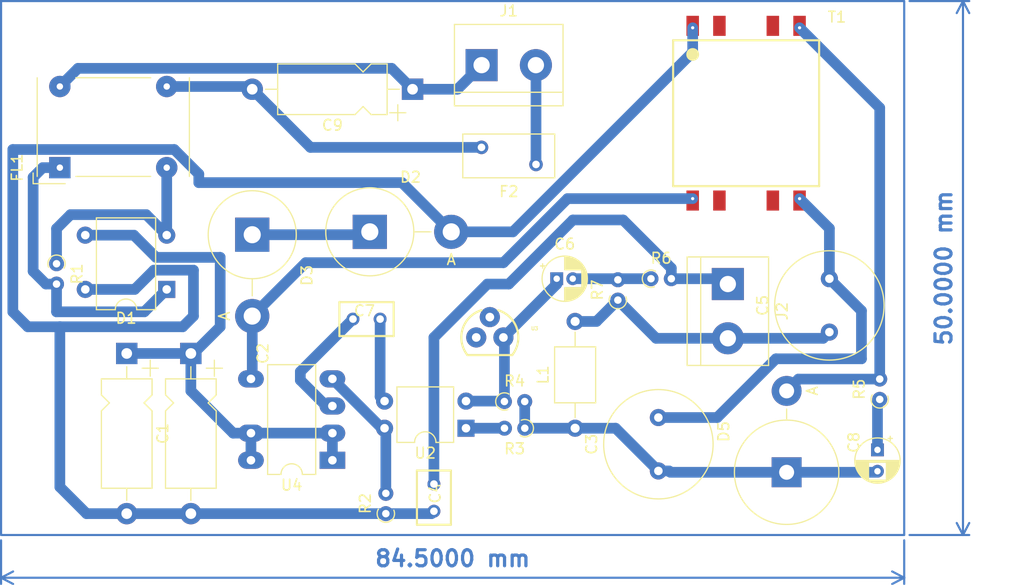
<source format=kicad_pcb>
(kicad_pcb (version 20240108) (generator "pcbnew") (generator_version "8.0")
  (layers (0 "F.Cu" signal) (31 "B.Cu" signal) (34 "B.Paste" user) (35 "F.Paste" user) (36 "B.SilkS" user "B.Silkscreen") (37 "F.SilkS" user "F.Silkscreen") (38 "B.Mask" user) (39 "F.Mask" user) (44 "Edge.Cuts" user))
  (net 0 "")
  (net 1 "Net-(D1--)")
  (net 2 "Net-(D2-A)")
  (net 3 "Net-(D5-K)")
  (net 4 "Net-(C3-Pad2)")
  (net 5 "GND")
  (net 6 "Vout")
  (net 7 "Output")
  (net 8 "Net-(U3-REF)")
  (net 9 "Net-(C7-Pad2)")
  (net 10 "Net-(U4-BP)")
  (net 11 "Net-(C8-Pad1)")
  (net 12 "Net-(J1-Pin_1)")
  (net 13 "Net-(D2-K)")
  (net 14 "Net-(D3-A)")
  (net 15 "Net-(D5-A)")
  (net 16 "EN{slash}UV")
  (net 17 "Net-(R3-Pad2)")
  (net 18 "Net-(D1-+)")
  (net 19 "Net-(C9-Pad2)")
  (net 20 "Net-(J1-Pin_2)")
  (net 21 "Net-(C1-Pad1)")
  (footprint "Resistor_THT:R_Axial_DIN0204_L3.6mm_D1.6mm_P1.90mm_Vertical" (layer "F.Cu") (at 100.69 51.1 -90)
    (property "Reference" "R1" (at 0.95 -1.92 90) (layer "F.SilkS"))
    (property "Value" "R_Variable")
    (pad "1" thru_hole circle (at 0 0 270) (size 1.4 1.4) (drill 0.7) (layers "*.Cu" "*.Mask") (net 1 "Net-(D1--)"))
    (pad "2" thru_hole oval (at 1.9 0 270) (size 1.4 1.4) (drill 0.7) (layers "*.Cu" "*.Mask") (net 18 "Net-(D1-+)"))
  )
  (footprint "Capacitor_THT:CP_Radial_D4.0mm_P1.50mm" (layer "F.Cu") (at 147.487401 52.5)
    (property "Reference" "C6" (at 0.75 -3.25 0) (layer "F.SilkS"))
    (property "Value" "C")
    (pad "1" thru_hole rect (at 0 0) (size 1.2 1.2) (drill 0.6) (layers "*.Cu" "*.Mask") (net 7 "Output"))
    (pad "2" thru_hole circle (at 1.5 0) (size 1.2 1.2) (drill 0.6) (layers "*.Cu" "*.Mask") (net 8 "Net-(U3-REF)"))
  )
  (footprint "TL431Pinout:TO-92" (layer "F.Cu") (at 141.23 58)
    (property "Reference" "U3" (at 4.19137 -0.838274 0) (layer "F.SilkS") (effects (font (size 0.320028 0.320028) (thickness 0.080007))))
    (property "Value" "TL431DBV")
    (pad "1" thru_hole circle (at -1.27 0) (size 1.8796 1.8796) (drill 0.8128) (layers "*.Cu" "*.Mask"))
    (pad "2" thru_hole circle (at 0 -1.905) (size 1.8796 1.8796) (drill 0.8128) (layers "*.Cu" "*.Mask"))
    (pad "3" thru_hole circle (at 1.27 0) (size 1.8796 1.8796) (drill 0.8128) (layers "*.Cu" "*.Mask") (net 7 "Output"))
  )
  (footprint "Resistor_THT:R_Axial_DIN0204_L3.6mm_D1.6mm_P1.90mm_Vertical" (layer "F.Cu") (at 142.595 64)
    (property "Reference" "R4" (at 0.95 -1.92 0) (layer "F.SilkS"))
    (property "Value" "R_US")
    (pad "1" thru_hole circle (at 0 0) (size 1.4 1.4) (drill 0.7) (layers "*.Cu" "*.Mask") (net 7 "Output"))
    (pad "2" thru_hole oval (at 1.9 0) (size 1.4 1.4) (drill 0.7) (layers "*.Cu" "*.Mask") (net 3 "Net-(D5-K)"))
  )
  (footprint "Inductor_THT:Choke_Schaffner_RN204-04-9.0x14.0mm" (layer "F.Cu") (at 101 42.1 90)
    (property "Reference" "FL1" (at 0 -4 90) (layer "F.SilkS"))
    (property "Value" "Filter_EMI_LL")
    (pad "1" thru_hole rect (at 0 0 90) (size 2 2) (drill 0.6) (layers "*.Cu" "*.Mask") (net 18 "Net-(D1-+)"))
    (pad "2" thru_hole circle (at 7.6 0 90) (size 2 2) (drill 0.6) (layers "*.Cu" "*.Mask") (net 12 "Net-(J1-Pin_1)"))
    (pad "3" thru_hole circle (at 0 10 90) (size 2 2) (drill 0.6) (layers "*.Cu" "*.Mask") (net 1 "Net-(D1--)"))
    (pad "4" thru_hole circle (at 7.6 10 90) (size 2 2) (drill 0.6) (layers "*.Cu" "*.Mask") (net 19 "Net-(C9-Pad2)"))
  )
  (footprint "Fuse:Fuse_BelFuse_0ZRE0012FF_L8.3mm_W3.8mm" (layer "F.Cu") (at 145.55 41.8 180)
    (property "Reference" "F2" (at 2.54 -2.54 360) (layer "F.SilkS"))
    (property "Value" "Fuse_Small")
    (pad "1" thru_hole circle (at 0 0 180) (size 1.27 1.27) (drill 0.71) (layers "*.Cu" "*.Mask") (net 20 "Net-(J1-Pin_2)"))
    (pad "2" thru_hole circle (at 5.1 1.6 180) (size 1.27 1.27) (drill 0.71) (layers "*.Cu" "*.Mask") (net 19 "Net-(C9-Pad2)"))
  )
  (footprint "Capacitor_THT:C_Radial_D10.0mm_H20.0mm_P5.00mm" (layer "F.Cu") (at 173 57.5 90)
    (property "Reference" "C5" (at 2.5 -6.25 90) (layer "F.SilkS"))
    (property "Value" "C_Polarized")
    (pad "1" thru_hole circle (at 0 0 90) (size 1.6 1.6) (drill 0.8) (layers "*.Cu" "*.Mask") (net 6 "Vout"))
    (pad "2" thru_hole circle (at 5 0 90) (size 1.6 1.6) (drill 0.8) (layers "*.Cu" "*.Mask") (net 4 "Net-(C3-Pad2)"))
  )
  (footprint "ceramicCapacitor:C320C" (layer "F.Cu") (at 143 80 -90)
    (property "Reference" "C4" (at -7.43301 6.88712 90) (layer "F.SilkS"))
    (property "Value" "C_Polarized")
    (pad "1" thru_hole circle (at -8.27 7 270) (size 1.21 1.21) (drill 0.71) (layers "*.Cu" "*.Mask") (net 5 "GND"))
    (pad "2" thru_hole circle (at -5.73 7 270) (size 1.21 1.21) (drill 0.71) (layers "*.Cu" "*.Mask") (net 2 "Net-(D2-A)"))
  )
  (footprint "smps transformer:WE-FLYLT_EP13_2381" (layer "F.Cu") (at 165.21 37)
    (property "Reference" "T1" (at 8.5 -9 360) (layer "F.SilkS"))
    (property "Value" "750312504")
    (property "VALUE" "750312504" (hide yes))
    (pad "1" smd rect (at -5 -8.18) (size 1.17 1.88) (layers "F.Cu" "F.Paste" "F.Mask") (net 2 "Net-(D2-A)"))
    (pad "2" smd rect (at -2.5 -8.18) (size 1.17 1.88) (layers "F.Cu" "F.Paste" "F.Mask"))
    (pad "4" smd rect (at 2.5 -8.18) (size 1.17 1.88) (layers "F.Cu" "F.Paste" "F.Mask"))
    (pad "5" smd rect (at 5 -8.18) (size 1.17 1.88) (layers "F.Cu" "F.Paste" "F.Mask") (net 15 "Net-(D5-A)"))
    (pad "6" smd rect (at 5 8.18) (size 1.17 1.88) (layers "F.Cu" "F.Paste" "F.Mask") (net 4 "Net-(C3-Pad2)"))
    (pad "7" smd rect (at 2.5 8.18) (size 1.17 1.88) (layers "F.Cu" "F.Paste" "F.Mask"))
    (pad "9" smd rect (at -2.5 8.18) (size 1.17 1.88) (layers "F.Cu" "F.Paste" "F.Mask"))
    (pad "10" smd rect (at -5 8.18) (size 1.17 1.88) (layers "F.Cu" "F.Paste" "F.Mask") (net 14 "Net-(D3-A)"))
  )
  (footprint "TerminalBlock:TerminalBlock_bornier-2_P5.08mm" (layer "F.Cu") (at 163.5 53 -90)
    (property "Reference" "J2" (at 2.54 -5.08 90) (layer "F.SilkS"))
    (property "Value" "Screw_Terminal_01x02")
    (pad "1" thru_hole rect (at 0 0 270) (size 3 3) (drill 1.52) (layers "*.Cu" "*.Mask") (net 5 "GND"))
    (pad "2" thru_hole circle (at 5.08 0 270) (size 3 3) (drill 1.52) (layers "*.Cu" "*.Mask") (net 6 "Vout"))
  )
  (footprint "Capacitor_THT:CP_Axial_L10.0mm_D4.5mm_P15.00mm_Horizontal" (layer "F.Cu") (at 113.2575 59.5 -90)
    (property "Reference" "C2" (at 0 -6.74 90) (layer "F.SilkS"))
    (property "Value" "C_Polarized")
    (pad "1" thru_hole rect (at 0 0 270) (size 2 2) (drill 1) (layers "*.Cu" "*.Mask") (net 21 "Net-(C1-Pad1)"))
    (pad "2" thru_hole oval (at 15 0 270) (size 2 2) (drill 1) (layers "*.Cu" "*.Mask") (net 2 "Net-(D2-A)"))
  )
  (footprint "Diode_THT:D_5KPW_P7.62mm_Vertical_AnodeUp" (layer "F.Cu") (at 130 48.11)
    (property "Reference" "D2" (at 3.81 -5.12 360) (layer "F.SilkS"))
    (property "Value" "ESD5Zxx")
    (fp_text user "A" (at 7.62 2.6 360) (layer "F.SilkS"))
    (pad "1" thru_hole rect (at 0 0) (size 3.2 3.2) (drill 1.6) (layers "*.Cu" "*.Mask") (net 13 "Net-(D2-K)"))
    (pad "2" thru_hole oval (at 7.62 0) (size 3.2 3.2) (drill 1.6) (layers "*.Cu" "*.Mask") (net 2 "Net-(D2-A)"))
  )
  (footprint "Capacitor_THT:CP_Axial_L10.0mm_D4.5mm_P15.00mm_Horizontal" (layer "F.Cu") (at 107.2575 59.5 -90)
    (property "Reference" "C1" (at 7.5 -3.37 90) (layer "F.SilkS"))
    (property "Value" "C_Polarized")
    (pad "1" thru_hole rect (at 0 0 270) (size 2 2) (drill 1) (layers "*.Cu" "*.Mask") (net 21 "Net-(C1-Pad1)"))
    (pad "2" thru_hole oval (at 15 0 270) (size 2 2) (drill 1) (layers "*.Cu" "*.Mask") (net 2 "Net-(D2-A)"))
  )
  (footprint "Package_DIP:PowerIntegrations_PDIP-8B" (layer "F.Cu") (at 126.5 69.5 180)
    (property "Reference" "U4" (at 3.81 -2.33 0) (layer "F.SilkS"))
    (property "Value" "LNK304P")
    (pad "1" thru_hole rect (at 0 0 180) (size 2.4 1.6) (drill 0.8) (layers "*.Cu" "*.Mask") (net 21 "Net-(C1-Pad1)"))
    (pad "2" thru_hole oval (at 0 2.54 180) (size 2.4 1.6) (drill 0.8) (layers "*.Cu" "*.Mask") (net 21 "Net-(C1-Pad1)"))
    (pad "3" thru_hole oval (at 0 5.08 180) (size 2.4 1.6) (drill 0.8) (layers "*.Cu" "*.Mask") (net 10 "Net-(U4-BP)"))
    (pad "4" thru_hole oval (at 0 7.62 180) (size 2.4 1.6) (drill 0.8) (layers "*.Cu" "*.Mask") (net 16 "EN{slash}UV"))
    (pad "5" thru_hole oval (at 7.62 7.62 180) (size 2.4 1.6) (drill 0.8) (layers "*.Cu" "*.Mask") (net 14 "Net-(D3-A)"))
    (pad "7" thru_hole oval (at 7.62 2.54 180) (size 2.4 1.6) (drill 0.8) (layers "*.Cu" "*.Mask") (net 21 "Net-(C1-Pad1)"))
    (pad "8" thru_hole oval (at 7.62 0 180) (size 2.4 1.6) (drill 0.8) (layers "*.Cu" "*.Mask") (net 21 "Net-(C1-Pad1)"))
  )
  (footprint "Diode_THT:D_5KPW_P7.62mm_Vertical_AnodeUp" (layer "F.Cu") (at 119 48.38 -90)
    (property "Reference" "D3" (at 3.81 -5.12 90) (layer "F.SilkS"))
    (property "Value" "D")
    (fp_text user "A" (at 7.62 2.6 90) (layer "F.SilkS"))
    (pad "1" thru_hole rect (at 0 0 270) (size 3.2 3.2) (drill 1.6) (layers "*.Cu" "*.Mask") (net 13 "Net-(D2-K)"))
    (pad "2" thru_hole oval (at 7.62 0 270) (size 3.2 3.2) (drill 1.6) (layers "*.Cu" "*.Mask") (net 14 "Net-(D3-A)"))
  )
  (footprint "Capacitor_THT:CP_Radial_D4.0mm_P2.00mm" (layer "F.Cu") (at 177.5 68.527401 -90)
    (property "Reference" "C8" (at -0.7025 2.21 90) (layer "F.SilkS"))
    (property "Value" "C")
    (pad "1" thru_hole rect (at 0 0 270) (size 1.2 1.2) (drill 0.6) (layers "*.Cu" "*.Mask") (net 11 "Net-(C8-Pad1)"))
    (pad "2" thru_hole circle (at 2 0 270) (size 1.2 1.2) (drill 0.6) (layers "*.Cu" "*.Mask") (net 3 "Net-(D5-K)"))
  )
  (footprint "Resistor_THT:R_Axial_DIN0204_L3.6mm_D1.6mm_P1.90mm_Vertical" (layer "F.Cu") (at 131.5 74.5 90)
    (property "Reference" "R2" (at 0.95 -1.92 90) (layer "F.SilkS"))
    (property "Value" "R_US")
    (pad "1" thru_hole circle (at 0 0 90) (size 1.4 1.4) (drill 0.7) (layers "*.Cu" "*.Mask") (net 2 "Net-(D2-A)"))
    (pad "2" thru_hole oval (at 1.9 0 90) (size 1.4 1.4) (drill 0.7) (layers "*.Cu" "*.Mask") (net 16 "EN{slash}UV"))
  )
  (footprint "Resistor_THT:R_Axial_DIN0204_L3.6mm_D1.6mm_P1.90mm_Vertical" (layer "F.Cu") (at 144.5 66.5 180)
    (property "Reference" "R3" (at 0.95 -1.92 360) (layer "F.SilkS"))
    (property "Value" "R_US")
    (pad "1" thru_hole circle (at 0 0 180) (size 1.4 1.4) (drill 0.7) (layers "*.Cu" "*.Mask") (net 3 "Net-(D5-K)"))
    (pad "2" thru_hole oval (at 1.9 0 180) (size 1.4 1.4) (drill 0.7) (layers "*.Cu" "*.Mask") (net 17 "Net-(R3-Pad2)"))
  )
  (footprint "Capacitor_THT:C_Radial_D10.0mm_H20.0mm_P5.00mm" (layer "F.Cu") (at 157 70.5 90)
    (property "Reference" "C3" (at 2.5 -6.25 90) (layer "F.SilkS"))
    (property "Value" "C_Polarized")
    (pad "1" thru_hole circle (at 0 0 90) (size 1.6 1.6) (drill 0.8) (layers "*.Cu" "*.Mask") (net 3 "Net-(D5-K)"))
    (pad "2" thru_hole circle (at 5 0 90) (size 1.6 1.6) (drill 0.8) (layers "*.Cu" "*.Mask") (net 4 "Net-(C3-Pad2)"))
  )
  (footprint "Package_DIP:DIP-4_W7.62mm" (layer "F.Cu") (at 139 66.5 180)
    (property "Reference" "U2" (at 3.81 -2.33 360) (layer "F.SilkS"))
    (property "Value" "PC817")
    (pad "1" thru_hole rect (at 0 0 180) (size 1.6 1.6) (drill 0.8) (layers "*.Cu" "*.Mask") (net 17 "Net-(R3-Pad2)"))
    (pad "2" thru_hole oval (at 0 2.54 180) (size 1.6 1.6) (drill 0.8) (layers "*.Cu" "*.Mask") (net 7 "Output"))
    (pad "3" thru_hole oval (at 7.62 2.54 180) (size 1.6 1.6) (drill 0.8) (layers "*.Cu" "*.Mask") (net 9 "Net-(C7-Pad2)"))
    (pad "4" thru_hole oval (at 7.62 0 180) (size 1.6 1.6) (drill 0.8) (layers "*.Cu" "*.Mask") (net 16 "EN{slash}UV"))
  )
  (footprint "Capacitor_THT:CP_Axial_L10.0mm_D4.5mm_P15.00mm_Horizontal" (layer "F.Cu") (at 134 34.7575 180)
    (property "Reference" "C9" (at 7.5 -3.37 360) (layer "F.SilkS"))
    (property "Value" "C")
    (pad "1" thru_hole rect (at 0 0 180) (size 2 2) (drill 1) (layers "*.Cu" "*.Mask") (net 12 "Net-(J1-Pin_1)"))
    (pad "2" thru_hole oval (at 15 0 180) (size 2 2) (drill 1) (layers "*.Cu" "*.Mask") (net 19 "Net-(C9-Pad2)"))
  )
  (footprint "Diode_THT:Diode_Bridge_DIP-4_W7.62mm_P5.08mm" (layer "F.Cu") (at 111 53.5 180)
    (property "Reference" "D1" (at 3.8 -2.7 360) (layer "F.SilkS"))
    (property "Value" "DF01M")
    (pad "1" thru_hole rect (at 0 0 180) (size 1.6 1.6) (drill 0.8) (layers "*.Cu" "*.Mask") (net 18 "Net-(D1-+)"))
    (pad "2" thru_hole oval (at 0 5.08 180) (size 1.6 1.6) (drill 0.8) (layers "*.Cu" "*.Mask") (net 1 "Net-(D1--)"))
    (pad "3" thru_hole oval (at 7.62 5.08 180) (size 1.6 1.6) (drill 0.8) (layers "*.Cu" "*.Mask") (net 21 "Net-(C1-Pad1)"))
    (pad "4" thru_hole oval (at 7.62 0 180) (size 1.6 1.6) (drill 0.8) (layers "*.Cu" "*.Mask") (net 2 "Net-(D2-A)"))
  )
  (footprint "Resistor_THT:R_Axial_DIN0204_L3.6mm_D1.6mm_P1.90mm_Vertical" (layer "F.Cu") (at 177.71 63.7975 90)
    (property "Reference" "R5" (at 0.95 -1.92 90) (layer "F.SilkS"))
    (property "Value" "R_US")
    (pad "1" thru_hole circle (at 0 0 90) (size 1.4 1.4) (drill 0.7) (layers "*.Cu" "*.Mask") (net 11 "Net-(C8-Pad1)"))
    (pad "2" thru_hole oval (at 1.9 0 90) (size 1.4 1.4) (drill 0.7) (layers "*.Cu" "*.Mask") (net 15 "Net-(D5-A)"))
  )
  (footprint "TerminalBlock:TerminalBlock_bornier-2_P5.08mm" (layer "F.Cu") (at 140.46 32.5)
    (property "Reference" "J1" (at 2.54 -5.08 360) (layer "F.SilkS"))
    (property "Value" "Screw_Terminal_01x02")
    (pad "1" thru_hole rect (at 0 0) (size 3 3) (drill 1.52) (layers "*.Cu" "*.Mask") (net 12 "Net-(J1-Pin_1)"))
    (pad "2" thru_hole circle (at 5.08 0) (size 3 3) (drill 1.52) (layers "*.Cu" "*.Mask") (net 20 "Net-(J1-Pin_2)"))
  )
  (footprint "Diode_THT:D_5KP_P7.62mm_Vertical_AnodeUp" (layer "F.Cu") (at 169 70.625 90)
    (property "Reference" "D5" (at 3.81 -5.885 90) (layer "F.SilkS"))
    (property "Value" "D_Schottky")
    (fp_text user "A" (at 7.62 2.4 90) (layer "F.SilkS"))
    (pad "1" thru_hole rect (at 0 0 90) (size 2.8 2.8) (drill 1.4) (layers "*.Cu" "*.Mask") (net 3 "Net-(D5-K)"))
    (pad "2" thru_hole oval (at 7.62 0 90) (size 2.8 2.8) (drill 1.4) (layers "*.Cu" "*.Mask") (net 15 "Net-(D5-A)"))
  )
  (footprint "Resistor_THT:R_Axial_DIN0204_L3.6mm_D1.6mm_P1.90mm_Vertical" (layer "F.Cu") (at 156.31 52.5)
    (property "Reference" "R6" (at 0.95 -1.92 360) (layer "F.SilkS"))
    (property "Value" "R_US")
    (pad "1" thru_hole circle (at 0 0) (size 1.4 1.4) (drill 0.7) (layers "*.Cu" "*.Mask") (net 8 "Net-(U3-REF)"))
    (pad "2" thru_hole oval (at 1.9 0) (size 1.4 1.4) (drill 0.7) (layers "*.Cu" "*.Mask") (net 5 "GND"))
  )
  (footprint "Resistor_THT:R_Axial_DIN0204_L3.6mm_D1.6mm_P1.90mm_Vertical" (layer "F.Cu") (at 153.21 54.5 90)
    (property "Reference" "R7" (at 0.95 -1.92 90) (layer "F.SilkS"))
    (property "Value" "R_US")
    (pad "1" thru_hole circle (at 0 0 90) (size 1.4 1.4) (drill 0.7) (layers "*.Cu" "*.Mask") (net 6 "Vout"))
    (pad "2" thru_hole oval (at 1.9 0 90) (size 1.4 1.4) (drill 0.7) (layers "*.Cu" "*.Mask") (net 8 "Net-(U3-REF)"))
  )
  (footprint "ceramicCapacitor:C320C" (layer "F.Cu") (at 136.695 49.28)
    (property "Reference" "C7" (at -7.195 6.22 0) (layer "F.SilkS"))
    (property "Value" "C")
    (pad "1" thru_hole circle (at -8.27 7) (size 1.21 1.21) (drill 0.71) (layers "*.Cu" "*.Mask") (net 10 "Net-(U4-BP)"))
    (pad "2" thru_hole circle (at -5.73 7) (size 1.21 1.21) (drill 0.71) (layers "*.Cu" "*.Mask") (net 9 "Net-(C7-Pad2)"))
  )
  (footprint "Inductor_THT:L_Axial_L5.0mm_D3.6mm_P10.00mm_Horizontal_Murata_BL01RN1A2A2" (layer "F.Cu") (at 149.21 66.5 90)
    (property "Reference" "L1" (at 5 -3 90) (layer "F.SilkS"))
    (property "Value" "MSS7341-473MLD")
    (pad "1" thru_hole circle (at 0 0 90) (size 1.6 1.6) (drill 0.85) (layers "*.Cu" "*.Mask") (net 3 "Net-(D5-K)"))
    (pad "2" thru_hole oval (at 10 0 90) (size 1.6 1.6) (drill 0.85) (layers "*.Cu" "*.Mask") (net 6 "Vout"))
  )
  (gr_rect (start 95.5 26.5) (end 180 76.5) (stroke (width 0.2)) (fill none) (layer "B.Cu"))
  (dimension (type aligned) (layer "B.Cu") (pts (xy 180 76.5) (xy 95.5 76.5)) (height -4) (gr_text "84.5000 mm" (at 137.75 78.7 0) (layer "B.Cu") (effects (font (size 1.5 1.5) (thickness 0.3)))) (format (prefix "") (suffix "") (units 3) (units_format 1) (precision 4)) (style (thickness 0.2) (arrow_length 1.27) (text_position_mode 0) (extension_height 0.58642) (extension_offset 0.5) keep_text_aligned))
  (dimension (type aligned) (layer "B.Cu") (pts (xy 180 26.5) (xy 180 76.5)) (height -5.5) (gr_text "50.0000 mm" (at 183.7 51.5 90) (layer "B.Cu") (effects (font (size 1.5 1.5) (thickness 0.3)))) (format (prefix "") (suffix "") (units 3) (units_format 1) (precision 4)) (style (thickness 0.2) (arrow_length 1.27) (text_position_mode 0) (extension_height 0.58642) (extension_offset 0.5) keep_text_aligned))
  (segment (start 102 46.5) (end 100.69 47.81) (width 1) (layer "B.Cu") (net 1))
  (segment (start 111 48.42) (end 109.08 46.5) (width 1) (layer "B.Cu") (net 1))
  (segment (start 100.69 47.81) (end 100.69 51.1) (width 1) (layer "B.Cu") (net 1))
  (segment (start 111 48.42) (end 111 42.1) (width 1) (layer "B.Cu") (net 1))
  (segment (start 109.08 46.5) (end 102 46.5) (width 1) (layer "B.Cu") (net 1))
  (via (at 160.21 29) (size 0.6) (drill 0.3) (layers "F.Cu" "B.Cu") (net 2))
  (segment (start 137.62 48.11) (end 143.39 48.11) (width 1) (layer "B.Cu") (net 2))
  (segment (start 98 57) (end 101 57) (width 1) (layer "B.Cu") (net 2))
  (segment (start 111.704164 40.4) (end 96.6 40.4) (width 1) (layer "B.Cu") (net 2))
  (segment (start 101 57) (end 112.5 57) (width 1) (layer "B.Cu") (net 2))
  (segment (start 109.8 51.7) (end 108 53.5) (width 1) (layer "B.Cu") (net 2))
  (segment (start 108 53.5) (end 103.38 53.5) (width 1) (layer "B.Cu") (net 2))
  (segment (start 114 42.695836) (end 111.704164 40.4) (width 1) (layer "B.Cu") (net 2))
  (segment (start 137.62 48.11) (end 133.01 43.5) (width 1) (layer "B.Cu") (net 2))
  (segment (start 107.2575 74.5) (end 103.5 74.5) (width 1) (layer "B.Cu") (net 2))
  (segment (start 112.5 57) (end 113.5 56) (width 1) (layer "B.Cu") (net 2))
  (segment (start 133.01 43.5) (end 114 43.5) (width 1) (layer "B.Cu") (net 2))
  (segment (start 113.5 56) (end 113.5 51.7) (width 1) (layer "B.Cu") (net 2))
  (segment (start 103.5 74.5) (end 101 72) (width 1) (layer "B.Cu") (net 2))
  (segment (start 96.6 55.6) (end 98 57) (width 1) (layer "B.Cu") (net 2))
  (segment (start 131.5 74.5) (end 107.2575 74.5) (width 1) (layer "B.Cu") (net 2))
  (segment (start 143.39 48.11) (end 160.21 31.29) (width 1) (layer "B.Cu") (net 2))
  (segment (start 131.5 74.5) (end 135.77 74.5) (width 1) (layer "B.Cu") (net 2))
  (segment (start 113.5 51.7) (end 109.8 51.7) (width 1) (layer "B.Cu") (net 2))
  (segment (start 160.21 31.29) (end 160.21 29) (width 1) (layer "B.Cu") (net 2))
  (segment (start 114 43.5) (end 114 42.695836) (width 1) (layer "B.Cu") (net 2))
  (segment (start 96.6 40.4) (end 96.6 55.6) (width 1) (layer "B.Cu") (net 2))
  (segment (start 135.77 74.5) (end 136 74.27) (width 1) (layer "B.Cu") (net 2))
  (segment (start 101 72) (end 101 57) (width 1) (layer "B.Cu") (net 2))
  (segment (start 153 66.5) (end 157 70.5) (width 1) (layer "B.Cu") (net 3))
  (segment (start 158 70.5) (end 158.125 70.625) (width 1) (layer "B.Cu") (net 3))
  (segment (start 144.5 66.5) (end 149.21 66.5) (width 1) (layer "B.Cu") (net 3))
  (segment (start 157 70.5) (end 158 70.5) (width 1) (layer "B.Cu") (net 3))
  (segment (start 158.125 70.625) (end 169 70.625) (width 1) (layer "B.Cu") (net 3))
  (segment (start 149.21 66.5) (end 153 66.5) (width 1) (layer "B.Cu") (net 3))
  (segment (start 144.495 64) (end 144.495 66.495) (width 1) (layer "B.Cu") (net 3))
  (segment (start 177.402401 70.625) (end 177.5 70.527401) (width 1) (layer "B.Cu") (net 3))
  (segment (start 144.495 66.495) (end 144.5 66.5) (width 1) (layer "B.Cu") (net 3))
  (segment (start 169 70.625) (end 177.402401 70.625) (width 1) (layer "B.Cu") (net 3))
  (via (at 170.21 45) (size 0.6) (drill 0.3) (layers "F.Cu" "B.Cu") (net 4))
  (segment (start 157 65.5) (end 162.5 65.5) (width 1) (layer "B.Cu") (net 4))
  (segment (start 168 60) (end 176 60) (width 1) (layer "B.Cu") (net 4))
  (segment (start 162.5 65.5) (end 168 60) (width 1) (layer "B.Cu") (net 4))
  (segment (start 176 55.5) (end 173 52.5) (width 1) (layer "B.Cu") (net 4))
  (segment (start 173 47.79) (end 170.21 45) (width 1) (layer "B.Cu") (net 4))
  (segment (start 173 52.5) (end 173 47.79) (width 1) (layer "B.Cu") (net 4))
  (segment (start 176 60) (end 176 55.5) (width 1) (layer "B.Cu") (net 4))
  (segment (start 143 53) (end 149 47) (width 1) (layer "B.Cu") (net 5))
  (segment (start 153.699949 47) (end 158.21 51.510051) (width 1) (layer "B.Cu") (net 5))
  (segment (start 149 47) (end 153.699949 47) (width 1) (layer "B.Cu") (net 5))
  (segment (start 158.21 51.510051) (end 158.21 52.5) (width 1) (layer "B.Cu") (net 5))
  (segment (start 141 53) (end 143 53) (width 1) (layer "B.Cu") (net 5))
  (segment (start 136 71.73) (end 136 58) (width 1) (layer "B.Cu") (net 5))
  (segment (start 158.21 52.5) (end 163 52.5) (width 1) (layer "B.Cu") (net 5))
  (segment (start 163 52.5) (end 163.5 53) (width 1) (layer "B.Cu") (net 5))
  (segment (start 136 58) (end 141 53) (width 1) (layer "B.Cu") (net 5))
  (segment (start 149.21 56.5) (end 151.21 56.5) (width 1) (layer "B.Cu") (net 6))
  (segment (start 172.42 58.08) (end 173 57.5) (width 1) (layer "B.Cu") (net 6))
  (segment (start 163.5 58.08) (end 172.42 58.08) (width 1) (layer "B.Cu") (net 6))
  (segment (start 151.21 56.5) (end 153.21 54.5) (width 1) (layer "B.Cu") (net 6))
  (segment (start 153.21 54.5) (end 156.79 58.08) (width 1) (layer "B.Cu") (net 6))
  (segment (start 156.79 58.08) (end 163.5 58.08) (width 1) (layer "B.Cu") (net 6))
  (segment (start 147.487401 52.5) (end 147.487401 53.012599) (width 1) (layer "B.Cu") (net 7))
  (segment (start 142.595 64) (end 142.595 58.095) (width 1) (layer "B.Cu") (net 7))
  (segment (start 147.487401 53.012599) (end 142.5 58) (width 1) (layer "B.Cu") (net 7))
  (segment (start 142.595 58.095) (end 142.5 58) (width 1) (layer "B.Cu") (net 7))
  (segment (start 139 63.96) (end 142.555 63.96) (width 1) (layer "B.Cu") (net 7))
  (segment (start 142.555 63.96) (end 142.595 64) (width 1) (layer "B.Cu") (net 7))
  (segment (start 153.21 52.4) (end 153.21 52.6) (width 1) (layer "B.Cu") (net 8))
  (segment (start 153.31 52.5) (end 153.21 52.6) (width 1) (layer "B.Cu") (net 8))
  (segment (start 156.31 52.5) (end 153.31 52.5) (width 1) (layer "B.Cu") (net 8))
  (segment (start 148.987401 52.5) (end 153.11 52.5) (width 1) (layer "B.Cu") (net 8))
  (segment (start 153.11 52.5) (end 153.21 52.6) (width 1) (layer "B.Cu") (net 8))
  (segment (start 130.965 63.545) (end 131.38 63.96) (width 1) (layer "B.Cu") (net 9))
  (segment (start 130.965 56.28) (end 130.965 63.545) (width 1) (layer "B.Cu") (net 9))
  (segment (start 123.5 62) (end 125.92 64.42) (width 1) (layer "B.Cu") (net 10))
  (segment (start 128.425 56.28) (end 123.5 61.205) (width 1) (layer "B.Cu") (net 10))
  (segment (start 123.5 61.205) (end 123.5 62) (width 1) (layer "B.Cu") (net 10))
  (segment (start 125.92 64.42) (end 126.5 64.42) (width 1) (layer "B.Cu") (net 10))
  (segment (start 177.5 68.527401) (end 177.5 64.0075) (width 1) (layer "B.Cu") (net 11))
  (segment (start 177.5 64.0075) (end 177.71 63.7975) (width 1) (layer "B.Cu") (net 11))
  (segment (start 134 34.7575) (end 138.2025 34.7575) (width 1) (layer "B.Cu") (net 12))
  (segment (start 101 34.5) (end 102.7 32.8) (width 1) (layer "B.Cu") (net 12))
  (segment (start 102.7 32.8) (end 132.0425 32.8) (width 1) (layer "B.Cu") (net 12))
  (segment (start 132.0425 32.8) (end 134 34.7575) (width 1) (layer "B.Cu") (net 12))
  (segment (start 138.2025 34.7575) (end 140.46 32.5) (width 1) (layer "B.Cu") (net 12))
  (segment (start 129.73 48.38) (end 130 48.11) (width 1) (layer "B.Cu") (net 13))
  (segment (start 119 48.38) (end 129.73 48.38) (width 1) (layer "B.Cu") (net 13))
  (via (at 160.21 45) (size 0.6) (drill 0.3) (layers "F.Cu" "B.Cu") (net 14))
  (segment (start 119 56) (end 119 61.76) (width 1) (layer "B.Cu") (net 14))
  (segment (start 142.5 51) (end 148.5 45) (width 1) (layer "B.Cu") (net 14))
  (segment (start 119 61.76) (end 118.88 61.88) (width 1) (layer "B.Cu") (net 14))
  (segment (start 119 56) (end 119 55.5) (width 1) (layer "B.Cu") (net 14))
  (segment (start 119 56) (end 124 51) (width 1) (layer "B.Cu") (net 14))
  (segment (start 148.5 45) (end 160.21 45) (width 1) (layer "B.Cu") (net 14))
  (segment (start 124 51) (end 142.5 51) (width 1) (layer "B.Cu") (net 14))
  (via (at 170.21 29) (size 0.6) (drill 0.3) (layers "F.Cu" "B.Cu") (net 15))
  (segment (start 177.71 61.8975) (end 177.71 36.5) (width 1) (layer "B.Cu") (net 15))
  (segment (start 170.1075 61.8975) (end 169 63.005) (width 1) (layer "B.Cu") (net 15))
  (segment (start 177.71 36.5) (end 170.21 29) (width 1) (layer "B.Cu") (net 15))
  (segment (start 170.1075 61.8975) (end 177.71 61.8975) (width 1) (layer "B.Cu") (net 15))
  (segment (start 131.12 66.5) (end 126.5 61.88) (width 1) (layer "B.Cu") (net 16))
  (segment (start 131.5 66.62) (end 131.38 66.5) (width 1) (layer "B.Cu") (net 16))
  (segment (start 131.5 72.6) (end 131.5 66.62) (width 1) (layer "B.Cu") (net 16))
  (segment (start 131.38 66.5) (end 131.12 66.5) (width 1) (layer "B.Cu") (net 16))
  (segment (start 139 66.5) (end 142.6 66.5) (width 1) (layer "B.Cu") (net 17))
  (segment (start 100.69 55.6) (end 108.9 55.6) (width 1) (layer "B.Cu") (net 18))
  (segment (start 100.69 53) (end 100.69 55.6) (width 1) (layer "B.Cu") (net 18))
  (segment (start 100.69 53) (end 99.700051 53) (width 1) (layer "B.Cu") (net 18))
  (segment (start 98.5 43) (end 99.4 42.1) (width 1) (layer "B.Cu") (net 18))
  (segment (start 108.9 55.6) (end 111 53.5) (width 1) (layer "B.Cu") (net 18))
  (segment (start 99.4 42.1) (end 101 42.1) (width 1) (layer "B.Cu") (net 18))
  (segment (start 98.5 51.799949) (end 98.5 43) (width 1) (layer "B.Cu") (net 18))
  (segment (start 99.700051 53) (end 98.5 51.799949) (width 1) (layer "B.Cu") (net 18))
  (segment (start 140.45 40.2) (end 124.4425 40.2) (width 1) (layer "B.Cu") (net 19))
  (segment (start 124.4425 40.2) (end 119 34.7575) (width 1) (layer "B.Cu") (net 19))
  (segment (start 111 34.5) (end 118.7425 34.5) (width 1) (layer "B.Cu") (net 19))
  (segment (start 118.7425 34.5) (end 119 34.7575) (width 1) (layer "B.Cu") (net 19))
  (segment (start 145.55 41.8) (end 145.55 32.51) (width 1) (layer "B.Cu") (net 20))
  (segment (start 145.55 32.51) (end 145.54 32.5) (width 1) (layer "B.Cu") (net 20))
  (segment (start 107.92 48.42) (end 110 50.5) (width 1) (layer "B.Cu") (net 21))
  (segment (start 110 50.5) (end 116 50.5) (width 1) (layer "B.Cu") (net 21))
  (segment (start 113.2575 59.5) (end 113.2575 63) (width 1) (layer "B.Cu") (net 21))
  (segment (start 103.38 48.42) (end 107.92 48.42) (width 1) (layer "B.Cu") (net 21))
  (segment (start 107.2575 59.5) (end 113.2575 59.5) (width 1) (layer "B.Cu") (net 21))
  (segment (start 116 50.5) (end 116 57) (width 1) (layer "B.Cu") (net 21))
  (segment (start 118.88 66.96) (end 126.5 66.96) (width 1) (layer "B.Cu") (net 21))
  (segment (start 116 57) (end 113.5 59.5) (width 1) (layer "B.Cu") (net 21))
  (segment (start 117.2175 66.96) (end 118.88 66.96) (width 1) (layer "B.Cu") (net 21))
  (segment (start 113.2575 63) (end 117.2175 66.96) (width 1) (layer "B.Cu") (net 21))
  (segment (start 118.88 69.5) (end 118.88 66.96) (width 1) (layer "B.Cu") (net 21))
  (segment (start 113.5 59.5) (end 113.2575 59.5) (width 1) (layer "B.Cu") (net 21))
  (segment (start 126.5 66.96) (end 126.5 69.5) (width 1) (layer "B.Cu") (net 21))
)
</source>
